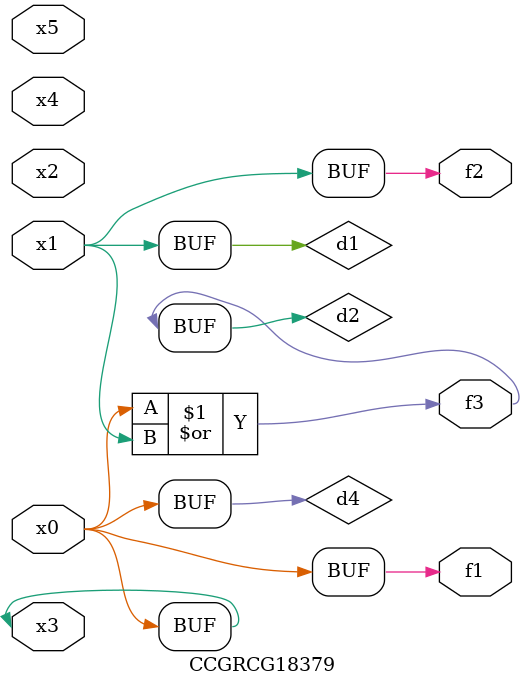
<source format=v>
module CCGRCG18379(
	input x0, x1, x2, x3, x4, x5,
	output f1, f2, f3
);

	wire d1, d2, d3, d4;

	and (d1, x1);
	or (d2, x0, x1);
	nand (d3, x0, x5);
	buf (d4, x0, x3);
	assign f1 = d4;
	assign f2 = d1;
	assign f3 = d2;
endmodule

</source>
